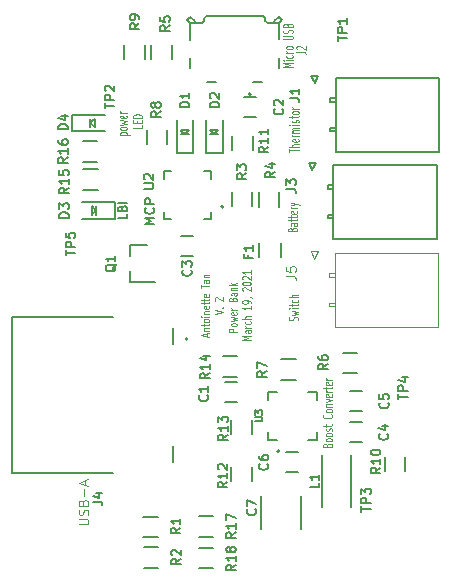
<source format=gto>
G04 #@! TF.GenerationSoftware,KiCad,Pcbnew,(5.1.9-0-10_14)*
G04 #@! TF.CreationDate,2021-03-21T12:23:30-04:00*
G04 #@! TF.ProjectId,Antoinette_PowerBank,416e746f-696e-4657-9474-655f506f7765,rev?*
G04 #@! TF.SameCoordinates,Original*
G04 #@! TF.FileFunction,Legend,Top*
G04 #@! TF.FilePolarity,Positive*
%FSLAX46Y46*%
G04 Gerber Fmt 4.6, Leading zero omitted, Abs format (unit mm)*
G04 Created by KiCad (PCBNEW (5.1.9-0-10_14)) date 2021-03-21 12:23:30*
%MOMM*%
%LPD*%
G01*
G04 APERTURE LIST*
%ADD10C,0.125000*%
%ADD11C,0.150000*%
%ADD12C,0.120000*%
G04 APERTURE END LIST*
D10*
X90747809Y-55971142D02*
X90785904Y-55899714D01*
X90785904Y-55780666D01*
X90747809Y-55733047D01*
X90709714Y-55709238D01*
X90633523Y-55685428D01*
X90557333Y-55685428D01*
X90481142Y-55709238D01*
X90443047Y-55733047D01*
X90404952Y-55780666D01*
X90366857Y-55875904D01*
X90328761Y-55923523D01*
X90290666Y-55947333D01*
X90214476Y-55971142D01*
X90138285Y-55971142D01*
X90062095Y-55947333D01*
X90024000Y-55923523D01*
X89985904Y-55875904D01*
X89985904Y-55756857D01*
X90024000Y-55685428D01*
X90252571Y-55518761D02*
X90785904Y-55423523D01*
X90404952Y-55328285D01*
X90785904Y-55233047D01*
X90252571Y-55137809D01*
X90785904Y-54947333D02*
X90252571Y-54947333D01*
X89985904Y-54947333D02*
X90024000Y-54971142D01*
X90062095Y-54947333D01*
X90024000Y-54923523D01*
X89985904Y-54947333D01*
X90062095Y-54947333D01*
X90252571Y-54780666D02*
X90252571Y-54590190D01*
X89985904Y-54709238D02*
X90671619Y-54709238D01*
X90747809Y-54685428D01*
X90785904Y-54637809D01*
X90785904Y-54590190D01*
X90747809Y-54209238D02*
X90785904Y-54256857D01*
X90785904Y-54352095D01*
X90747809Y-54399714D01*
X90709714Y-54423523D01*
X90633523Y-54447333D01*
X90404952Y-54447333D01*
X90328761Y-54423523D01*
X90290666Y-54399714D01*
X90252571Y-54352095D01*
X90252571Y-54256857D01*
X90290666Y-54209238D01*
X90785904Y-53994952D02*
X89985904Y-53994952D01*
X90785904Y-53780666D02*
X90366857Y-53780666D01*
X90290666Y-53804476D01*
X90252571Y-53852095D01*
X90252571Y-53923523D01*
X90290666Y-53971142D01*
X90328761Y-53994952D01*
X90303357Y-48279714D02*
X90341452Y-48208285D01*
X90379547Y-48184476D01*
X90455738Y-48160666D01*
X90570023Y-48160666D01*
X90646214Y-48184476D01*
X90684309Y-48208285D01*
X90722404Y-48255904D01*
X90722404Y-48446380D01*
X89922404Y-48446380D01*
X89922404Y-48279714D01*
X89960500Y-48232095D01*
X89998595Y-48208285D01*
X90074785Y-48184476D01*
X90150976Y-48184476D01*
X90227166Y-48208285D01*
X90265261Y-48232095D01*
X90303357Y-48279714D01*
X90303357Y-48446380D01*
X90722404Y-47732095D02*
X90303357Y-47732095D01*
X90227166Y-47755904D01*
X90189071Y-47803523D01*
X90189071Y-47898761D01*
X90227166Y-47946380D01*
X90684309Y-47732095D02*
X90722404Y-47779714D01*
X90722404Y-47898761D01*
X90684309Y-47946380D01*
X90608119Y-47970190D01*
X90531928Y-47970190D01*
X90455738Y-47946380D01*
X90417642Y-47898761D01*
X90417642Y-47779714D01*
X90379547Y-47732095D01*
X90189071Y-47565428D02*
X90189071Y-47374952D01*
X89922404Y-47494000D02*
X90608119Y-47494000D01*
X90684309Y-47470190D01*
X90722404Y-47422571D01*
X90722404Y-47374952D01*
X90189071Y-47279714D02*
X90189071Y-47089238D01*
X89922404Y-47208285D02*
X90608119Y-47208285D01*
X90684309Y-47184476D01*
X90722404Y-47136857D01*
X90722404Y-47089238D01*
X90684309Y-46732095D02*
X90722404Y-46779714D01*
X90722404Y-46874952D01*
X90684309Y-46922571D01*
X90608119Y-46946380D01*
X90303357Y-46946380D01*
X90227166Y-46922571D01*
X90189071Y-46874952D01*
X90189071Y-46779714D01*
X90227166Y-46732095D01*
X90303357Y-46708285D01*
X90379547Y-46708285D01*
X90455738Y-46946380D01*
X90722404Y-46494000D02*
X90189071Y-46494000D01*
X90341452Y-46494000D02*
X90265261Y-46470190D01*
X90227166Y-46446380D01*
X90189071Y-46398761D01*
X90189071Y-46351142D01*
X90189071Y-46232095D02*
X90722404Y-46113047D01*
X90189071Y-45994000D02*
X90722404Y-46113047D01*
X90912880Y-46160666D01*
X90950976Y-46184476D01*
X90989071Y-46232095D01*
X83050466Y-57293342D02*
X83050466Y-57055247D01*
X83250466Y-57340961D02*
X82550466Y-57174295D01*
X83250466Y-57007628D01*
X82783800Y-56840961D02*
X83250466Y-56840961D01*
X82850466Y-56840961D02*
X82817133Y-56817152D01*
X82783800Y-56769533D01*
X82783800Y-56698104D01*
X82817133Y-56650485D01*
X82883800Y-56626676D01*
X83250466Y-56626676D01*
X82783800Y-56460009D02*
X82783800Y-56269533D01*
X82550466Y-56388580D02*
X83150466Y-56388580D01*
X83217133Y-56364771D01*
X83250466Y-56317152D01*
X83250466Y-56269533D01*
X83250466Y-56031438D02*
X83217133Y-56079057D01*
X83183800Y-56102866D01*
X83117133Y-56126676D01*
X82917133Y-56126676D01*
X82850466Y-56102866D01*
X82817133Y-56079057D01*
X82783800Y-56031438D01*
X82783800Y-55960009D01*
X82817133Y-55912390D01*
X82850466Y-55888580D01*
X82917133Y-55864771D01*
X83117133Y-55864771D01*
X83183800Y-55888580D01*
X83217133Y-55912390D01*
X83250466Y-55960009D01*
X83250466Y-56031438D01*
X83250466Y-55650485D02*
X82783800Y-55650485D01*
X82550466Y-55650485D02*
X82583800Y-55674295D01*
X82617133Y-55650485D01*
X82583800Y-55626676D01*
X82550466Y-55650485D01*
X82617133Y-55650485D01*
X82783800Y-55412390D02*
X83250466Y-55412390D01*
X82850466Y-55412390D02*
X82817133Y-55388580D01*
X82783800Y-55340961D01*
X82783800Y-55269533D01*
X82817133Y-55221914D01*
X82883800Y-55198104D01*
X83250466Y-55198104D01*
X83217133Y-54769533D02*
X83250466Y-54817152D01*
X83250466Y-54912390D01*
X83217133Y-54960009D01*
X83150466Y-54983819D01*
X82883800Y-54983819D01*
X82817133Y-54960009D01*
X82783800Y-54912390D01*
X82783800Y-54817152D01*
X82817133Y-54769533D01*
X82883800Y-54745723D01*
X82950466Y-54745723D01*
X83017133Y-54983819D01*
X82783800Y-54602866D02*
X82783800Y-54412390D01*
X82550466Y-54531438D02*
X83150466Y-54531438D01*
X83217133Y-54507628D01*
X83250466Y-54460009D01*
X83250466Y-54412390D01*
X82783800Y-54317152D02*
X82783800Y-54126676D01*
X82550466Y-54245723D02*
X83150466Y-54245723D01*
X83217133Y-54221914D01*
X83250466Y-54174295D01*
X83250466Y-54126676D01*
X83217133Y-53769533D02*
X83250466Y-53817152D01*
X83250466Y-53912390D01*
X83217133Y-53960009D01*
X83150466Y-53983819D01*
X82883800Y-53983819D01*
X82817133Y-53960009D01*
X82783800Y-53912390D01*
X82783800Y-53817152D01*
X82817133Y-53769533D01*
X82883800Y-53745723D01*
X82950466Y-53745723D01*
X83017133Y-53983819D01*
X82550466Y-53221914D02*
X82550466Y-52936200D01*
X83250466Y-53079057D02*
X82550466Y-53079057D01*
X83250466Y-52555247D02*
X82883800Y-52555247D01*
X82817133Y-52579057D01*
X82783800Y-52626676D01*
X82783800Y-52721914D01*
X82817133Y-52769533D01*
X83217133Y-52555247D02*
X83250466Y-52602866D01*
X83250466Y-52721914D01*
X83217133Y-52769533D01*
X83150466Y-52793342D01*
X83083800Y-52793342D01*
X83017133Y-52769533D01*
X82983800Y-52721914D01*
X82983800Y-52602866D01*
X82950466Y-52555247D01*
X82783800Y-52317152D02*
X83250466Y-52317152D01*
X82850466Y-52317152D02*
X82817133Y-52293342D01*
X82783800Y-52245723D01*
X82783800Y-52174295D01*
X82817133Y-52126676D01*
X82883800Y-52102866D01*
X83250466Y-52102866D01*
X83725466Y-55400485D02*
X84425466Y-55233819D01*
X83725466Y-55067152D01*
X84358800Y-54900485D02*
X84392133Y-54876676D01*
X84425466Y-54900485D01*
X84392133Y-54924295D01*
X84358800Y-54900485D01*
X84425466Y-54900485D01*
X83792133Y-54305247D02*
X83758800Y-54281438D01*
X83725466Y-54233819D01*
X83725466Y-54114771D01*
X83758800Y-54067152D01*
X83792133Y-54043342D01*
X83858800Y-54019533D01*
X83925466Y-54019533D01*
X84025466Y-54043342D01*
X84425466Y-54329057D01*
X84425466Y-54019533D01*
X85600466Y-56960009D02*
X84900466Y-56960009D01*
X84900466Y-56769533D01*
X84933800Y-56721914D01*
X84967133Y-56698104D01*
X85033800Y-56674295D01*
X85133800Y-56674295D01*
X85200466Y-56698104D01*
X85233800Y-56721914D01*
X85267133Y-56769533D01*
X85267133Y-56960009D01*
X85600466Y-56388580D02*
X85567133Y-56436200D01*
X85533800Y-56460009D01*
X85467133Y-56483819D01*
X85267133Y-56483819D01*
X85200466Y-56460009D01*
X85167133Y-56436200D01*
X85133800Y-56388580D01*
X85133800Y-56317152D01*
X85167133Y-56269533D01*
X85200466Y-56245723D01*
X85267133Y-56221914D01*
X85467133Y-56221914D01*
X85533800Y-56245723D01*
X85567133Y-56269533D01*
X85600466Y-56317152D01*
X85600466Y-56388580D01*
X85133800Y-56055247D02*
X85600466Y-55960009D01*
X85267133Y-55864771D01*
X85600466Y-55769533D01*
X85133800Y-55674295D01*
X85567133Y-55293342D02*
X85600466Y-55340961D01*
X85600466Y-55436200D01*
X85567133Y-55483819D01*
X85500466Y-55507628D01*
X85233800Y-55507628D01*
X85167133Y-55483819D01*
X85133800Y-55436200D01*
X85133800Y-55340961D01*
X85167133Y-55293342D01*
X85233800Y-55269533D01*
X85300466Y-55269533D01*
X85367133Y-55507628D01*
X85600466Y-55055247D02*
X85133800Y-55055247D01*
X85267133Y-55055247D02*
X85200466Y-55031438D01*
X85167133Y-55007628D01*
X85133800Y-54960009D01*
X85133800Y-54912390D01*
X85233800Y-54198104D02*
X85267133Y-54126676D01*
X85300466Y-54102866D01*
X85367133Y-54079057D01*
X85467133Y-54079057D01*
X85533800Y-54102866D01*
X85567133Y-54126676D01*
X85600466Y-54174295D01*
X85600466Y-54364771D01*
X84900466Y-54364771D01*
X84900466Y-54198104D01*
X84933800Y-54150485D01*
X84967133Y-54126676D01*
X85033800Y-54102866D01*
X85100466Y-54102866D01*
X85167133Y-54126676D01*
X85200466Y-54150485D01*
X85233800Y-54198104D01*
X85233800Y-54364771D01*
X85600466Y-53650485D02*
X85233800Y-53650485D01*
X85167133Y-53674295D01*
X85133800Y-53721914D01*
X85133800Y-53817152D01*
X85167133Y-53864771D01*
X85567133Y-53650485D02*
X85600466Y-53698104D01*
X85600466Y-53817152D01*
X85567133Y-53864771D01*
X85500466Y-53888580D01*
X85433800Y-53888580D01*
X85367133Y-53864771D01*
X85333800Y-53817152D01*
X85333800Y-53698104D01*
X85300466Y-53650485D01*
X85133800Y-53412390D02*
X85600466Y-53412390D01*
X85200466Y-53412390D02*
X85167133Y-53388580D01*
X85133800Y-53340961D01*
X85133800Y-53269533D01*
X85167133Y-53221914D01*
X85233800Y-53198104D01*
X85600466Y-53198104D01*
X85600466Y-52960009D02*
X84900466Y-52960009D01*
X85333800Y-52912390D02*
X85600466Y-52769533D01*
X85133800Y-52769533D02*
X85400466Y-52960009D01*
X86775466Y-57602866D02*
X86075466Y-57602866D01*
X86575466Y-57436200D01*
X86075466Y-57269533D01*
X86775466Y-57269533D01*
X86775466Y-56817152D02*
X86408800Y-56817152D01*
X86342133Y-56840961D01*
X86308800Y-56888580D01*
X86308800Y-56983819D01*
X86342133Y-57031438D01*
X86742133Y-56817152D02*
X86775466Y-56864771D01*
X86775466Y-56983819D01*
X86742133Y-57031438D01*
X86675466Y-57055247D01*
X86608800Y-57055247D01*
X86542133Y-57031438D01*
X86508800Y-56983819D01*
X86508800Y-56864771D01*
X86475466Y-56817152D01*
X86775466Y-56579057D02*
X86308800Y-56579057D01*
X86442133Y-56579057D02*
X86375466Y-56555247D01*
X86342133Y-56531438D01*
X86308800Y-56483819D01*
X86308800Y-56436200D01*
X86742133Y-56055247D02*
X86775466Y-56102866D01*
X86775466Y-56198104D01*
X86742133Y-56245723D01*
X86708800Y-56269533D01*
X86642133Y-56293342D01*
X86442133Y-56293342D01*
X86375466Y-56269533D01*
X86342133Y-56245723D01*
X86308800Y-56198104D01*
X86308800Y-56102866D01*
X86342133Y-56055247D01*
X86775466Y-55840961D02*
X86075466Y-55840961D01*
X86775466Y-55626676D02*
X86408800Y-55626676D01*
X86342133Y-55650485D01*
X86308800Y-55698104D01*
X86308800Y-55769533D01*
X86342133Y-55817152D01*
X86375466Y-55840961D01*
X86775466Y-54745723D02*
X86775466Y-55031438D01*
X86775466Y-54888580D02*
X86075466Y-54888580D01*
X86175466Y-54936200D01*
X86242133Y-54983819D01*
X86275466Y-55031438D01*
X86775466Y-54507628D02*
X86775466Y-54412390D01*
X86742133Y-54364771D01*
X86708800Y-54340961D01*
X86608800Y-54293342D01*
X86475466Y-54269533D01*
X86208800Y-54269533D01*
X86142133Y-54293342D01*
X86108800Y-54317152D01*
X86075466Y-54364771D01*
X86075466Y-54460009D01*
X86108800Y-54507628D01*
X86142133Y-54531438D01*
X86208800Y-54555247D01*
X86375466Y-54555247D01*
X86442133Y-54531438D01*
X86475466Y-54507628D01*
X86508800Y-54460009D01*
X86508800Y-54364771D01*
X86475466Y-54317152D01*
X86442133Y-54293342D01*
X86375466Y-54269533D01*
X86742133Y-54031438D02*
X86775466Y-54031438D01*
X86842133Y-54055247D01*
X86875466Y-54079057D01*
X86142133Y-53460009D02*
X86108800Y-53436200D01*
X86075466Y-53388580D01*
X86075466Y-53269533D01*
X86108800Y-53221914D01*
X86142133Y-53198104D01*
X86208800Y-53174295D01*
X86275466Y-53174295D01*
X86375466Y-53198104D01*
X86775466Y-53483819D01*
X86775466Y-53174295D01*
X86075466Y-52864771D02*
X86075466Y-52817152D01*
X86108800Y-52769533D01*
X86142133Y-52745723D01*
X86208800Y-52721914D01*
X86342133Y-52698104D01*
X86508800Y-52698104D01*
X86642133Y-52721914D01*
X86708800Y-52745723D01*
X86742133Y-52769533D01*
X86775466Y-52817152D01*
X86775466Y-52864771D01*
X86742133Y-52912390D01*
X86708800Y-52936200D01*
X86642133Y-52960009D01*
X86508800Y-52983819D01*
X86342133Y-52983819D01*
X86208800Y-52960009D01*
X86142133Y-52936200D01*
X86108800Y-52912390D01*
X86075466Y-52864771D01*
X86142133Y-52507628D02*
X86108800Y-52483819D01*
X86075466Y-52436200D01*
X86075466Y-52317152D01*
X86108800Y-52269533D01*
X86142133Y-52245723D01*
X86208800Y-52221914D01*
X86275466Y-52221914D01*
X86375466Y-52245723D01*
X86775466Y-52531438D01*
X86775466Y-52221914D01*
X86775466Y-51745723D02*
X86775466Y-52031438D01*
X86775466Y-51888580D02*
X86075466Y-51888580D01*
X86175466Y-51936200D01*
X86242133Y-51983819D01*
X86275466Y-52031438D01*
D11*
X76262666Y-46934400D02*
X76262666Y-47267733D01*
X75562666Y-47267733D01*
X75896000Y-46467733D02*
X75929333Y-46367733D01*
X75962666Y-46334400D01*
X76029333Y-46301066D01*
X76129333Y-46301066D01*
X76196000Y-46334400D01*
X76229333Y-46367733D01*
X76262666Y-46434400D01*
X76262666Y-46701066D01*
X75562666Y-46701066D01*
X75562666Y-46467733D01*
X75596000Y-46401066D01*
X75629333Y-46367733D01*
X75696000Y-46334400D01*
X75762666Y-46334400D01*
X75829333Y-46367733D01*
X75862666Y-46401066D01*
X75896000Y-46467733D01*
X75896000Y-46701066D01*
X76262666Y-46001066D02*
X75562666Y-46001066D01*
D10*
X75747071Y-40270785D02*
X76547071Y-40270785D01*
X75785166Y-40270785D02*
X75747071Y-40223166D01*
X75747071Y-40127928D01*
X75785166Y-40080309D01*
X75823261Y-40056500D01*
X75899452Y-40032690D01*
X76128023Y-40032690D01*
X76204214Y-40056500D01*
X76242309Y-40080309D01*
X76280404Y-40127928D01*
X76280404Y-40223166D01*
X76242309Y-40270785D01*
X76280404Y-39746976D02*
X76242309Y-39794595D01*
X76204214Y-39818404D01*
X76128023Y-39842214D01*
X75899452Y-39842214D01*
X75823261Y-39818404D01*
X75785166Y-39794595D01*
X75747071Y-39746976D01*
X75747071Y-39675547D01*
X75785166Y-39627928D01*
X75823261Y-39604119D01*
X75899452Y-39580309D01*
X76128023Y-39580309D01*
X76204214Y-39604119D01*
X76242309Y-39627928D01*
X76280404Y-39675547D01*
X76280404Y-39746976D01*
X75747071Y-39413642D02*
X76280404Y-39318404D01*
X75899452Y-39223166D01*
X76280404Y-39127928D01*
X75747071Y-39032690D01*
X76242309Y-38651738D02*
X76280404Y-38699357D01*
X76280404Y-38794595D01*
X76242309Y-38842214D01*
X76166119Y-38866023D01*
X75861357Y-38866023D01*
X75785166Y-38842214D01*
X75747071Y-38794595D01*
X75747071Y-38699357D01*
X75785166Y-38651738D01*
X75861357Y-38627928D01*
X75937547Y-38627928D01*
X76013738Y-38866023D01*
X76280404Y-38413642D02*
X75747071Y-38413642D01*
X75899452Y-38413642D02*
X75823261Y-38389833D01*
X75785166Y-38366023D01*
X75747071Y-38318404D01*
X75747071Y-38270785D01*
X77605404Y-39437452D02*
X77605404Y-39675547D01*
X76805404Y-39675547D01*
X77186357Y-39270785D02*
X77186357Y-39104119D01*
X77605404Y-39032690D02*
X77605404Y-39270785D01*
X76805404Y-39270785D01*
X76805404Y-39032690D01*
X77605404Y-38818404D02*
X76805404Y-38818404D01*
X76805404Y-38699357D01*
X76843500Y-38627928D01*
X76919690Y-38580309D01*
X76995880Y-38556500D01*
X77148261Y-38532690D01*
X77262547Y-38532690D01*
X77414928Y-38556500D01*
X77491119Y-38580309D01*
X77567309Y-38627928D01*
X77605404Y-38699357D01*
X77605404Y-38818404D01*
D11*
X78593904Y-47802666D02*
X77793904Y-47802666D01*
X78365333Y-47536000D01*
X77793904Y-47269333D01*
X78593904Y-47269333D01*
X78517714Y-46431238D02*
X78555809Y-46469333D01*
X78593904Y-46583619D01*
X78593904Y-46659809D01*
X78555809Y-46774095D01*
X78479619Y-46850285D01*
X78403428Y-46888380D01*
X78251047Y-46926476D01*
X78136761Y-46926476D01*
X77984380Y-46888380D01*
X77908190Y-46850285D01*
X77832000Y-46774095D01*
X77793904Y-46659809D01*
X77793904Y-46583619D01*
X77832000Y-46469333D01*
X77870095Y-46431238D01*
X78593904Y-46088380D02*
X77793904Y-46088380D01*
X77793904Y-45783619D01*
X77832000Y-45707428D01*
X77870095Y-45669333D01*
X77946285Y-45631238D01*
X78060571Y-45631238D01*
X78136761Y-45669333D01*
X78174857Y-45707428D01*
X78212952Y-45783619D01*
X78212952Y-46088380D01*
D10*
X72205904Y-73247019D02*
X72853523Y-73247019D01*
X72929714Y-73208923D01*
X72967809Y-73170828D01*
X73005904Y-73094638D01*
X73005904Y-72942257D01*
X72967809Y-72866066D01*
X72929714Y-72827971D01*
X72853523Y-72789876D01*
X72205904Y-72789876D01*
X72967809Y-72447019D02*
X73005904Y-72332733D01*
X73005904Y-72142257D01*
X72967809Y-72066066D01*
X72929714Y-72027971D01*
X72853523Y-71989876D01*
X72777333Y-71989876D01*
X72701142Y-72027971D01*
X72663047Y-72066066D01*
X72624952Y-72142257D01*
X72586857Y-72294638D01*
X72548761Y-72370828D01*
X72510666Y-72408923D01*
X72434476Y-72447019D01*
X72358285Y-72447019D01*
X72282095Y-72408923D01*
X72244000Y-72370828D01*
X72205904Y-72294638D01*
X72205904Y-72104161D01*
X72244000Y-71989876D01*
X72586857Y-71380352D02*
X72624952Y-71266066D01*
X72663047Y-71227971D01*
X72739238Y-71189876D01*
X72853523Y-71189876D01*
X72929714Y-71227971D01*
X72967809Y-71266066D01*
X73005904Y-71342257D01*
X73005904Y-71647019D01*
X72205904Y-71647019D01*
X72205904Y-71380352D01*
X72244000Y-71304161D01*
X72282095Y-71266066D01*
X72358285Y-71227971D01*
X72434476Y-71227971D01*
X72510666Y-71266066D01*
X72548761Y-71304161D01*
X72586857Y-71380352D01*
X72586857Y-71647019D01*
X72701142Y-70847019D02*
X72701142Y-70237495D01*
X72777333Y-69894638D02*
X72777333Y-69513685D01*
X73005904Y-69970828D02*
X72205904Y-69704161D01*
X73005904Y-69437495D01*
X90328704Y-34536628D02*
X89528704Y-34536628D01*
X90100133Y-34369961D01*
X89528704Y-34203295D01*
X90328704Y-34203295D01*
X90328704Y-33965200D02*
X89795371Y-33965200D01*
X89528704Y-33965200D02*
X89566800Y-33989009D01*
X89604895Y-33965200D01*
X89566800Y-33941390D01*
X89528704Y-33965200D01*
X89604895Y-33965200D01*
X90290609Y-33512819D02*
X90328704Y-33560438D01*
X90328704Y-33655676D01*
X90290609Y-33703295D01*
X90252514Y-33727104D01*
X90176323Y-33750914D01*
X89947752Y-33750914D01*
X89871561Y-33727104D01*
X89833466Y-33703295D01*
X89795371Y-33655676D01*
X89795371Y-33560438D01*
X89833466Y-33512819D01*
X90328704Y-33298533D02*
X89795371Y-33298533D01*
X89947752Y-33298533D02*
X89871561Y-33274723D01*
X89833466Y-33250914D01*
X89795371Y-33203295D01*
X89795371Y-33155676D01*
X90328704Y-32917580D02*
X90290609Y-32965200D01*
X90252514Y-32989009D01*
X90176323Y-33012819D01*
X89947752Y-33012819D01*
X89871561Y-32989009D01*
X89833466Y-32965200D01*
X89795371Y-32917580D01*
X89795371Y-32846152D01*
X89833466Y-32798533D01*
X89871561Y-32774723D01*
X89947752Y-32750914D01*
X90176323Y-32750914D01*
X90252514Y-32774723D01*
X90290609Y-32798533D01*
X90328704Y-32846152D01*
X90328704Y-32917580D01*
X89528704Y-32155676D02*
X90176323Y-32155676D01*
X90252514Y-32131866D01*
X90290609Y-32108057D01*
X90328704Y-32060438D01*
X90328704Y-31965200D01*
X90290609Y-31917580D01*
X90252514Y-31893771D01*
X90176323Y-31869961D01*
X89528704Y-31869961D01*
X90290609Y-31655676D02*
X90328704Y-31584247D01*
X90328704Y-31465200D01*
X90290609Y-31417580D01*
X90252514Y-31393771D01*
X90176323Y-31369961D01*
X90100133Y-31369961D01*
X90023942Y-31393771D01*
X89985847Y-31417580D01*
X89947752Y-31465200D01*
X89909657Y-31560438D01*
X89871561Y-31608057D01*
X89833466Y-31631866D01*
X89757276Y-31655676D01*
X89681085Y-31655676D01*
X89604895Y-31631866D01*
X89566800Y-31608057D01*
X89528704Y-31560438D01*
X89528704Y-31441390D01*
X89566800Y-31369961D01*
X89909657Y-30989009D02*
X89947752Y-30917580D01*
X89985847Y-30893771D01*
X90062038Y-30869961D01*
X90176323Y-30869961D01*
X90252514Y-30893771D01*
X90290609Y-30917580D01*
X90328704Y-30965200D01*
X90328704Y-31155676D01*
X89528704Y-31155676D01*
X89528704Y-30989009D01*
X89566800Y-30941390D01*
X89604895Y-30917580D01*
X89681085Y-30893771D01*
X89757276Y-30893771D01*
X89833466Y-30917580D01*
X89871561Y-30941390D01*
X89909657Y-30989009D01*
X89909657Y-31155676D01*
X90036704Y-41731166D02*
X90036704Y-41445452D01*
X90836704Y-41588309D02*
X90036704Y-41588309D01*
X90836704Y-41278785D02*
X90036704Y-41278785D01*
X90836704Y-41064500D02*
X90417657Y-41064500D01*
X90341466Y-41088309D01*
X90303371Y-41135928D01*
X90303371Y-41207357D01*
X90341466Y-41254976D01*
X90379561Y-41278785D01*
X90798609Y-40635928D02*
X90836704Y-40683547D01*
X90836704Y-40778785D01*
X90798609Y-40826404D01*
X90722419Y-40850214D01*
X90417657Y-40850214D01*
X90341466Y-40826404D01*
X90303371Y-40778785D01*
X90303371Y-40683547D01*
X90341466Y-40635928D01*
X90417657Y-40612119D01*
X90493847Y-40612119D01*
X90570038Y-40850214D01*
X90836704Y-40397833D02*
X90303371Y-40397833D01*
X90455752Y-40397833D02*
X90379561Y-40374023D01*
X90341466Y-40350214D01*
X90303371Y-40302595D01*
X90303371Y-40254976D01*
X90836704Y-40088309D02*
X90303371Y-40088309D01*
X90379561Y-40088309D02*
X90341466Y-40064500D01*
X90303371Y-40016880D01*
X90303371Y-39945452D01*
X90341466Y-39897833D01*
X90417657Y-39874023D01*
X90836704Y-39874023D01*
X90417657Y-39874023D02*
X90341466Y-39850214D01*
X90303371Y-39802595D01*
X90303371Y-39731166D01*
X90341466Y-39683547D01*
X90417657Y-39659738D01*
X90836704Y-39659738D01*
X90836704Y-39421642D02*
X90303371Y-39421642D01*
X90036704Y-39421642D02*
X90074800Y-39445452D01*
X90112895Y-39421642D01*
X90074800Y-39397833D01*
X90036704Y-39421642D01*
X90112895Y-39421642D01*
X90798609Y-39207357D02*
X90836704Y-39159738D01*
X90836704Y-39064500D01*
X90798609Y-39016880D01*
X90722419Y-38993071D01*
X90684323Y-38993071D01*
X90608133Y-39016880D01*
X90570038Y-39064500D01*
X90570038Y-39135928D01*
X90531942Y-39183547D01*
X90455752Y-39207357D01*
X90417657Y-39207357D01*
X90341466Y-39183547D01*
X90303371Y-39135928D01*
X90303371Y-39064500D01*
X90341466Y-39016880D01*
X90303371Y-38850214D02*
X90303371Y-38659738D01*
X90036704Y-38778785D02*
X90722419Y-38778785D01*
X90798609Y-38754976D01*
X90836704Y-38707357D01*
X90836704Y-38659738D01*
X90836704Y-38421642D02*
X90798609Y-38469261D01*
X90760514Y-38493071D01*
X90684323Y-38516880D01*
X90455752Y-38516880D01*
X90379561Y-38493071D01*
X90341466Y-38469261D01*
X90303371Y-38421642D01*
X90303371Y-38350214D01*
X90341466Y-38302595D01*
X90379561Y-38278785D01*
X90455752Y-38254976D01*
X90684323Y-38254976D01*
X90760514Y-38278785D01*
X90798609Y-38302595D01*
X90836704Y-38350214D01*
X90836704Y-38421642D01*
X90836704Y-38040690D02*
X90303371Y-38040690D01*
X90455752Y-38040690D02*
X90379561Y-38016880D01*
X90341466Y-37993071D01*
X90303371Y-37945452D01*
X90303371Y-37897833D01*
X93262457Y-66530990D02*
X93300552Y-66459561D01*
X93338647Y-66435752D01*
X93414838Y-66411942D01*
X93529123Y-66411942D01*
X93605314Y-66435752D01*
X93643409Y-66459561D01*
X93681504Y-66507180D01*
X93681504Y-66697657D01*
X92881504Y-66697657D01*
X92881504Y-66530990D01*
X92919600Y-66483371D01*
X92957695Y-66459561D01*
X93033885Y-66435752D01*
X93110076Y-66435752D01*
X93186266Y-66459561D01*
X93224361Y-66483371D01*
X93262457Y-66530990D01*
X93262457Y-66697657D01*
X93681504Y-66126228D02*
X93643409Y-66173847D01*
X93605314Y-66197657D01*
X93529123Y-66221466D01*
X93300552Y-66221466D01*
X93224361Y-66197657D01*
X93186266Y-66173847D01*
X93148171Y-66126228D01*
X93148171Y-66054800D01*
X93186266Y-66007180D01*
X93224361Y-65983371D01*
X93300552Y-65959561D01*
X93529123Y-65959561D01*
X93605314Y-65983371D01*
X93643409Y-66007180D01*
X93681504Y-66054800D01*
X93681504Y-66126228D01*
X93681504Y-65673847D02*
X93643409Y-65721466D01*
X93605314Y-65745276D01*
X93529123Y-65769085D01*
X93300552Y-65769085D01*
X93224361Y-65745276D01*
X93186266Y-65721466D01*
X93148171Y-65673847D01*
X93148171Y-65602419D01*
X93186266Y-65554800D01*
X93224361Y-65530990D01*
X93300552Y-65507180D01*
X93529123Y-65507180D01*
X93605314Y-65530990D01*
X93643409Y-65554800D01*
X93681504Y-65602419D01*
X93681504Y-65673847D01*
X93643409Y-65316704D02*
X93681504Y-65269085D01*
X93681504Y-65173847D01*
X93643409Y-65126228D01*
X93567219Y-65102419D01*
X93529123Y-65102419D01*
X93452933Y-65126228D01*
X93414838Y-65173847D01*
X93414838Y-65245276D01*
X93376742Y-65292895D01*
X93300552Y-65316704D01*
X93262457Y-65316704D01*
X93186266Y-65292895D01*
X93148171Y-65245276D01*
X93148171Y-65173847D01*
X93186266Y-65126228D01*
X93148171Y-64959561D02*
X93148171Y-64769085D01*
X92881504Y-64888133D02*
X93567219Y-64888133D01*
X93643409Y-64864323D01*
X93681504Y-64816704D01*
X93681504Y-64769085D01*
X93605314Y-63935752D02*
X93643409Y-63959561D01*
X93681504Y-64030990D01*
X93681504Y-64078609D01*
X93643409Y-64150038D01*
X93567219Y-64197657D01*
X93491028Y-64221466D01*
X93338647Y-64245276D01*
X93224361Y-64245276D01*
X93071980Y-64221466D01*
X92995790Y-64197657D01*
X92919600Y-64150038D01*
X92881504Y-64078609D01*
X92881504Y-64030990D01*
X92919600Y-63959561D01*
X92957695Y-63935752D01*
X93681504Y-63650038D02*
X93643409Y-63697657D01*
X93605314Y-63721466D01*
X93529123Y-63745276D01*
X93300552Y-63745276D01*
X93224361Y-63721466D01*
X93186266Y-63697657D01*
X93148171Y-63650038D01*
X93148171Y-63578609D01*
X93186266Y-63530990D01*
X93224361Y-63507180D01*
X93300552Y-63483371D01*
X93529123Y-63483371D01*
X93605314Y-63507180D01*
X93643409Y-63530990D01*
X93681504Y-63578609D01*
X93681504Y-63650038D01*
X93148171Y-63269085D02*
X93681504Y-63269085D01*
X93224361Y-63269085D02*
X93186266Y-63245276D01*
X93148171Y-63197657D01*
X93148171Y-63126228D01*
X93186266Y-63078609D01*
X93262457Y-63054800D01*
X93681504Y-63054800D01*
X93148171Y-62864323D02*
X93681504Y-62745276D01*
X93148171Y-62626228D01*
X93643409Y-62245276D02*
X93681504Y-62292895D01*
X93681504Y-62388133D01*
X93643409Y-62435752D01*
X93567219Y-62459561D01*
X93262457Y-62459561D01*
X93186266Y-62435752D01*
X93148171Y-62388133D01*
X93148171Y-62292895D01*
X93186266Y-62245276D01*
X93262457Y-62221466D01*
X93338647Y-62221466D01*
X93414838Y-62459561D01*
X93681504Y-62007180D02*
X93148171Y-62007180D01*
X93300552Y-62007180D02*
X93224361Y-61983371D01*
X93186266Y-61959561D01*
X93148171Y-61911942D01*
X93148171Y-61864323D01*
X93148171Y-61769085D02*
X93148171Y-61578609D01*
X92881504Y-61697657D02*
X93567219Y-61697657D01*
X93643409Y-61673847D01*
X93681504Y-61626228D01*
X93681504Y-61578609D01*
X93643409Y-61221466D02*
X93681504Y-61269085D01*
X93681504Y-61364323D01*
X93643409Y-61411942D01*
X93567219Y-61435752D01*
X93262457Y-61435752D01*
X93186266Y-61411942D01*
X93148171Y-61364323D01*
X93148171Y-61269085D01*
X93186266Y-61221466D01*
X93262457Y-61197657D01*
X93338647Y-61197657D01*
X93414838Y-61435752D01*
X93681504Y-60983371D02*
X93148171Y-60983371D01*
X93300552Y-60983371D02*
X93224361Y-60959561D01*
X93186266Y-60935752D01*
X93148171Y-60888133D01*
X93148171Y-60840514D01*
D11*
G04 #@! TO.C,J2*
X82032500Y-30631500D02*
X82032500Y-30756500D01*
X81657500Y-30256500D02*
X82032500Y-30631500D01*
X81407500Y-30506500D02*
X81657500Y-30256500D01*
X81657500Y-30756500D02*
X81407500Y-30506500D01*
X88782500Y-30631500D02*
X88782500Y-30756500D01*
X89157500Y-30256500D02*
X88782500Y-30631500D01*
X89407500Y-30506500D02*
X89157500Y-30256500D01*
X89157500Y-30756500D02*
X89407500Y-30506500D01*
X86802500Y-36826500D02*
G75*
G03*
X86802500Y-36826500I-100000J0D01*
G01*
X81657500Y-30816500D02*
X81657500Y-32191500D01*
X82482500Y-30816500D02*
X81657500Y-30816500D01*
X82807500Y-30416500D02*
X82807500Y-30616500D01*
X87807500Y-30206500D02*
X83007500Y-30206500D01*
X88007500Y-30606500D02*
X88007500Y-30541500D01*
X89157500Y-30806500D02*
X88207500Y-30806500D01*
X89157500Y-32131500D02*
X89157500Y-30806500D01*
X81657500Y-34631500D02*
X81657500Y-33721500D01*
X89157500Y-34641500D02*
X89157500Y-33731500D01*
X83827500Y-35806500D02*
X83087500Y-35806500D01*
X87747500Y-35806500D02*
X86967500Y-35806500D01*
X82807500Y-30616500D02*
G75*
G02*
X82482500Y-30816500I-262500J62500D01*
G01*
X83007500Y-30206500D02*
G75*
G03*
X82807500Y-30416500I5000J-205000D01*
G01*
X88007500Y-30541500D02*
G75*
G03*
X87807500Y-30206500I-267500J67500D01*
G01*
X88207500Y-30806500D02*
G75*
G02*
X88007500Y-30606500I0J200000D01*
G01*
G04 #@! TO.C,R15*
X73815500Y-44949000D02*
X72615500Y-44949000D01*
X72615500Y-43189000D02*
X73815500Y-43189000D01*
G04 #@! TO.C,R14*
X85601100Y-60735100D02*
X84401100Y-60735100D01*
X84401100Y-58975100D02*
X85601100Y-58975100D01*
G04 #@! TO.C,R6*
X94548400Y-58708400D02*
X95748400Y-58708400D01*
X95748400Y-60468400D02*
X94548400Y-60468400D01*
G04 #@! TO.C,U2*
X84453799Y-46364400D02*
G75*
G03*
X84453799Y-46364400I-100000J0D01*
G01*
X79453799Y-43364400D02*
X79453799Y-43964400D01*
X80053799Y-43364400D02*
X79453799Y-43364400D01*
X83453799Y-43364400D02*
X82853799Y-43364400D01*
X83453799Y-43964400D02*
X83453799Y-43364400D01*
X79453799Y-47364400D02*
X79453799Y-46764400D01*
X80053799Y-47364400D02*
X79453799Y-47364400D01*
X83453799Y-47364400D02*
X83453799Y-46764400D01*
X82853799Y-47364400D02*
X83453799Y-47364400D01*
G04 #@! TO.C,R11*
X85200600Y-41560000D02*
X85200600Y-40360000D01*
X86960600Y-40360000D02*
X86960600Y-41560000D01*
G04 #@! TO.C,R5*
X80128000Y-32674000D02*
X80128000Y-33874000D01*
X78368000Y-33874000D02*
X78368000Y-32674000D01*
G04 #@! TO.C,U3*
X88979700Y-62008800D02*
X88259700Y-62008800D01*
X92359700Y-62728800D02*
X92359700Y-62008800D01*
X88259700Y-65388800D02*
X88259700Y-66108800D01*
X92359700Y-66108800D02*
X92359700Y-65388800D01*
X92359700Y-62008800D02*
X91639700Y-62008800D01*
X88259700Y-62008800D02*
X88259700Y-62728800D01*
X88259700Y-66108800D02*
X88979700Y-66108800D01*
X91639700Y-66108800D02*
X92359700Y-66108800D01*
X89209700Y-67058800D02*
G75*
G03*
X89209700Y-67058800I-100000J0D01*
G01*
G04 #@! TO.C,C1*
X84628100Y-62864100D02*
X85628100Y-62864100D01*
X85628100Y-61164100D02*
X84628100Y-61164100D01*
G04 #@! TO.C,C2*
X87241000Y-37059500D02*
X86241000Y-37059500D01*
X86241000Y-38759500D02*
X87241000Y-38759500D01*
G04 #@! TO.C,C3*
X81907000Y-48807000D02*
X80907000Y-48807000D01*
X80907000Y-50507000D02*
X81907000Y-50507000D01*
G04 #@! TO.C,C4*
X96194500Y-64580400D02*
X95194500Y-64580400D01*
X95194500Y-66280400D02*
X96194500Y-66280400D01*
G04 #@! TO.C,C5*
X95194500Y-63638800D02*
X96194500Y-63638800D01*
X96194500Y-61938800D02*
X95194500Y-61938800D01*
G04 #@! TO.C,C6*
X90771600Y-67120400D02*
X89771600Y-67120400D01*
X89771600Y-68820400D02*
X90771600Y-68820400D01*
G04 #@! TO.C,D1*
X80503800Y-41830400D02*
X80503800Y-39030400D01*
X81903800Y-41830400D02*
X81903800Y-39030400D01*
X80503800Y-41830400D02*
X81903800Y-41830400D01*
X81203800Y-40230400D02*
X80903800Y-39930400D01*
X80903800Y-39930400D02*
X80853800Y-39880400D01*
X80853800Y-39880400D02*
X81503800Y-39880400D01*
X81553800Y-39880400D02*
X81503800Y-39880400D01*
X81503800Y-39880400D02*
X81553800Y-39880400D01*
X81553800Y-39880400D02*
X81203800Y-40230400D01*
X81203800Y-40230400D02*
X80853800Y-40230400D01*
X81553800Y-40230400D02*
X81203800Y-40230400D01*
G04 #@! TO.C,D2*
X84043000Y-40212800D02*
X83693000Y-40212800D01*
X83693000Y-40212800D02*
X83343000Y-40212800D01*
X84043000Y-39862800D02*
X83693000Y-40212800D01*
X83993000Y-39862800D02*
X84043000Y-39862800D01*
X84043000Y-39862800D02*
X83993000Y-39862800D01*
X83343000Y-39862800D02*
X83993000Y-39862800D01*
X83393000Y-39912800D02*
X83343000Y-39862800D01*
X83693000Y-40212800D02*
X83393000Y-39912800D01*
X82993000Y-41812800D02*
X84393000Y-41812800D01*
X84393000Y-41812800D02*
X84393000Y-39012800D01*
X82993000Y-41812800D02*
X82993000Y-39012800D01*
G04 #@! TO.C,D3*
X75269500Y-47372500D02*
X72469500Y-47372500D01*
X75269500Y-45972500D02*
X72469500Y-45972500D01*
X75269500Y-47372500D02*
X75269500Y-45972500D01*
X73669500Y-46672500D02*
X73369500Y-46972500D01*
X73369500Y-46972500D02*
X73319500Y-47022500D01*
X73319500Y-47022500D02*
X73319500Y-46372500D01*
X73319500Y-46322500D02*
X73319500Y-46372500D01*
X73319500Y-46372500D02*
X73319500Y-46322500D01*
X73319500Y-46322500D02*
X73669500Y-46672500D01*
X73669500Y-46672500D02*
X73669500Y-47022500D01*
X73669500Y-46322500D02*
X73669500Y-46672500D01*
G04 #@! TO.C,D4*
X73206000Y-39593000D02*
X73206000Y-39243000D01*
X73206000Y-39243000D02*
X73206000Y-38893000D01*
X73556000Y-39593000D02*
X73206000Y-39243000D01*
X73556000Y-39543000D02*
X73556000Y-39593000D01*
X73556000Y-39593000D02*
X73556000Y-39543000D01*
X73556000Y-38893000D02*
X73556000Y-39543000D01*
X73506000Y-38943000D02*
X73556000Y-38893000D01*
X73206000Y-39243000D02*
X73506000Y-38943000D01*
X71606000Y-38543000D02*
X71606000Y-39943000D01*
X71606000Y-39943000D02*
X74406000Y-39943000D01*
X71606000Y-38543000D02*
X74406000Y-38543000D01*
G04 #@! TO.C,F1*
X89302000Y-49435936D02*
X89302000Y-50640064D01*
X87482000Y-49435936D02*
X87482000Y-50640064D01*
G04 #@! TO.C,J4*
X80231000Y-66593500D02*
X80231000Y-67943500D01*
X80231000Y-56643500D02*
X80231000Y-57993500D01*
X81431000Y-57543500D02*
G75*
G03*
X81431000Y-57543500I-100000J0D01*
G01*
X66531000Y-68893500D02*
X66531000Y-55693500D01*
X75081000Y-68893500D02*
X66531000Y-68893500D01*
X66531000Y-55693500D02*
X75081000Y-55693500D01*
G04 #@! TO.C,Q1*
X76519500Y-49601000D02*
X76519500Y-50531000D01*
X76519500Y-52761000D02*
X76519500Y-51831000D01*
X76519500Y-52761000D02*
X78679500Y-52761000D01*
X76519500Y-49601000D02*
X77979500Y-49601000D01*
G04 #@! TO.C,R1*
X77682800Y-72576800D02*
X78882800Y-72576800D01*
X78882800Y-74336800D02*
X77682800Y-74336800D01*
G04 #@! TO.C,R2*
X77720900Y-75167600D02*
X78920900Y-75167600D01*
X78920900Y-76927600D02*
X77720900Y-76927600D01*
G04 #@! TO.C,R3*
X85149800Y-46320000D02*
X85149800Y-45120000D01*
X86909800Y-45120000D02*
X86909800Y-46320000D01*
G04 #@! TO.C,R4*
X89195800Y-45135200D02*
X89195800Y-46335200D01*
X87435800Y-46335200D02*
X87435800Y-45135200D01*
G04 #@! TO.C,R7*
X90579500Y-61001800D02*
X89379500Y-61001800D01*
X89379500Y-59241800D02*
X90579500Y-59241800D01*
G04 #@! TO.C,R8*
X79716520Y-39841880D02*
X79716520Y-41041880D01*
X77956520Y-41041880D02*
X77956520Y-39841880D01*
G04 #@! TO.C,R9*
X76082000Y-33874000D02*
X76082000Y-32674000D01*
X77842000Y-32674000D02*
X77842000Y-33874000D01*
G04 #@! TO.C,R10*
X99876500Y-67535500D02*
X99876500Y-68735500D01*
X98116500Y-68735500D02*
X98116500Y-67535500D01*
G04 #@! TO.C,R12*
X85111700Y-69550800D02*
X85111700Y-68350800D01*
X86871700Y-68350800D02*
X86871700Y-69550800D01*
G04 #@! TO.C,R13*
X86871700Y-64424000D02*
X86871700Y-65624000D01*
X85111700Y-65624000D02*
X85111700Y-64424000D01*
G04 #@! TO.C,R16*
X73752000Y-42536000D02*
X72552000Y-42536000D01*
X72552000Y-40776000D02*
X73752000Y-40776000D01*
G04 #@! TO.C,R17*
X82356400Y-72526000D02*
X83556400Y-72526000D01*
X83556400Y-74286000D02*
X82356400Y-74286000D01*
G04 #@! TO.C,R18*
X82356400Y-75218400D02*
X83556400Y-75218400D01*
X83556400Y-76978400D02*
X82356400Y-76978400D01*
G04 #@! TO.C,C7*
X87647200Y-70851348D02*
X87647200Y-73623852D01*
X91067200Y-70851348D02*
X91067200Y-73623852D01*
G04 #@! TO.C,L1*
X92830800Y-71796000D02*
X92830800Y-67396000D01*
X95230800Y-67396000D02*
X95230800Y-71796000D01*
G04 #@! TO.C,J1*
X92489300Y-35312600D02*
X92189300Y-35912600D01*
X91889300Y-35312600D02*
X92489300Y-35312600D01*
X92189300Y-35912600D02*
X91889300Y-35312600D01*
X93959300Y-39962600D02*
X93959300Y-39662600D01*
X93489300Y-39962600D02*
X93959300Y-39962600D01*
X93489300Y-39662600D02*
X93489300Y-39962600D01*
X93959300Y-39662600D02*
X93489300Y-39662600D01*
X93959300Y-37462600D02*
X93959300Y-37162600D01*
X93489300Y-37462600D02*
X93959300Y-37462600D01*
X93489300Y-37162600D02*
X93489300Y-37462600D01*
X93959300Y-37162600D02*
X93489300Y-37162600D01*
X102719300Y-41682600D02*
X102719300Y-35442600D01*
X93959300Y-41682600D02*
X102719300Y-41682600D01*
X93959300Y-35442600D02*
X93959300Y-41682600D01*
X102719300Y-35442600D02*
X93959300Y-35442600D01*
G04 #@! TO.C,J3*
X92298800Y-42678600D02*
X91998800Y-43278600D01*
X91698800Y-42678600D02*
X92298800Y-42678600D01*
X91998800Y-43278600D02*
X91698800Y-42678600D01*
X93768800Y-47328600D02*
X93768800Y-47028600D01*
X93298800Y-47328600D02*
X93768800Y-47328600D01*
X93298800Y-47028600D02*
X93298800Y-47328600D01*
X93768800Y-47028600D02*
X93298800Y-47028600D01*
X93768800Y-44828600D02*
X93768800Y-44528600D01*
X93298800Y-44828600D02*
X93768800Y-44828600D01*
X93298800Y-44528600D02*
X93298800Y-44828600D01*
X93768800Y-44528600D02*
X93298800Y-44528600D01*
X102528800Y-49048600D02*
X102528800Y-42808600D01*
X93768800Y-49048600D02*
X102528800Y-49048600D01*
X93768800Y-42808600D02*
X93768800Y-49048600D01*
X102528800Y-42808600D02*
X93768800Y-42808600D01*
D12*
G04 #@! TO.C,J5*
X92438500Y-50133500D02*
X92138500Y-50733500D01*
X91838500Y-50133500D02*
X92438500Y-50133500D01*
X92138500Y-50733500D02*
X91838500Y-50133500D01*
X93908500Y-54783500D02*
X93908500Y-54483500D01*
X93438500Y-54783500D02*
X93908500Y-54783500D01*
X93438500Y-54483500D02*
X93438500Y-54783500D01*
X93908500Y-54483500D02*
X93438500Y-54483500D01*
X93908500Y-52283500D02*
X93908500Y-51983500D01*
X93438500Y-52283500D02*
X93908500Y-52283500D01*
X93438500Y-51983500D02*
X93438500Y-52283500D01*
X93908500Y-51983500D02*
X93438500Y-51983500D01*
X102668500Y-56503500D02*
X102668500Y-50263500D01*
X93908500Y-56503500D02*
X102668500Y-56503500D01*
X93908500Y-50263500D02*
X93908500Y-56503500D01*
X102668500Y-50263500D02*
X93908500Y-50263500D01*
G04 #@! TO.C,J2*
D10*
X90646304Y-33237466D02*
X91217733Y-33237466D01*
X91332019Y-33261276D01*
X91408209Y-33308895D01*
X91446304Y-33380323D01*
X91446304Y-33427942D01*
X90722495Y-33023180D02*
X90684400Y-32999371D01*
X90646304Y-32951752D01*
X90646304Y-32832704D01*
X90684400Y-32785085D01*
X90722495Y-32761276D01*
X90798685Y-32737466D01*
X90874876Y-32737466D01*
X90989161Y-32761276D01*
X91446304Y-33046990D01*
X91446304Y-32737466D01*
G04 #@! TO.C,R15*
D11*
X71354904Y-44735685D02*
X70973952Y-45002352D01*
X71354904Y-45192828D02*
X70554904Y-45192828D01*
X70554904Y-44888066D01*
X70593000Y-44811876D01*
X70631095Y-44773780D01*
X70707285Y-44735685D01*
X70821571Y-44735685D01*
X70897761Y-44773780D01*
X70935857Y-44811876D01*
X70973952Y-44888066D01*
X70973952Y-45192828D01*
X71354904Y-43973780D02*
X71354904Y-44430923D01*
X71354904Y-44202352D02*
X70554904Y-44202352D01*
X70669190Y-44278542D01*
X70745380Y-44354733D01*
X70783476Y-44430923D01*
X70554904Y-43249971D02*
X70554904Y-43630923D01*
X70935857Y-43669019D01*
X70897761Y-43630923D01*
X70859666Y-43554733D01*
X70859666Y-43364257D01*
X70897761Y-43288066D01*
X70935857Y-43249971D01*
X71012047Y-43211876D01*
X71202523Y-43211876D01*
X71278714Y-43249971D01*
X71316809Y-43288066D01*
X71354904Y-43364257D01*
X71354904Y-43554733D01*
X71316809Y-43630923D01*
X71278714Y-43669019D01*
G04 #@! TO.C,R14*
X83292904Y-60432885D02*
X82911952Y-60699552D01*
X83292904Y-60890028D02*
X82492904Y-60890028D01*
X82492904Y-60585266D01*
X82531000Y-60509076D01*
X82569095Y-60470980D01*
X82645285Y-60432885D01*
X82759571Y-60432885D01*
X82835761Y-60470980D01*
X82873857Y-60509076D01*
X82911952Y-60585266D01*
X82911952Y-60890028D01*
X83292904Y-59670980D02*
X83292904Y-60128123D01*
X83292904Y-59899552D02*
X82492904Y-59899552D01*
X82607190Y-59975742D01*
X82683380Y-60051933D01*
X82721476Y-60128123D01*
X82759571Y-58985266D02*
X83292904Y-58985266D01*
X82454809Y-59175742D02*
X83026238Y-59366219D01*
X83026238Y-58870980D01*
G04 #@! TO.C,R6*
X93287804Y-59658233D02*
X92906852Y-59924900D01*
X93287804Y-60115376D02*
X92487804Y-60115376D01*
X92487804Y-59810614D01*
X92525900Y-59734423D01*
X92563995Y-59696328D01*
X92640185Y-59658233D01*
X92754471Y-59658233D01*
X92830661Y-59696328D01*
X92868757Y-59734423D01*
X92906852Y-59810614D01*
X92906852Y-60115376D01*
X92487804Y-58972519D02*
X92487804Y-59124900D01*
X92525900Y-59201090D01*
X92563995Y-59239185D01*
X92678280Y-59315376D01*
X92830661Y-59353471D01*
X93135423Y-59353471D01*
X93211614Y-59315376D01*
X93249709Y-59277280D01*
X93287804Y-59201090D01*
X93287804Y-59048709D01*
X93249709Y-58972519D01*
X93211614Y-58934423D01*
X93135423Y-58896328D01*
X92944947Y-58896328D01*
X92868757Y-58934423D01*
X92830661Y-58972519D01*
X92792566Y-59048709D01*
X92792566Y-59201090D01*
X92830661Y-59277280D01*
X92868757Y-59315376D01*
X92944947Y-59353471D01*
G04 #@! TO.C,TP1*
X94126104Y-32327723D02*
X94126104Y-31870580D01*
X94926104Y-32099152D02*
X94126104Y-32099152D01*
X94926104Y-31603914D02*
X94126104Y-31603914D01*
X94126104Y-31299152D01*
X94164200Y-31222961D01*
X94202295Y-31184866D01*
X94278485Y-31146771D01*
X94392771Y-31146771D01*
X94468961Y-31184866D01*
X94507057Y-31222961D01*
X94545152Y-31299152D01*
X94545152Y-31603914D01*
X94926104Y-30384866D02*
X94926104Y-30842009D01*
X94926104Y-30613438D02*
X94126104Y-30613438D01*
X94240390Y-30689628D01*
X94316580Y-30765819D01*
X94354676Y-30842009D01*
G04 #@! TO.C,U2*
X77743104Y-44830923D02*
X78390723Y-44830923D01*
X78466914Y-44792828D01*
X78505009Y-44754733D01*
X78543104Y-44678542D01*
X78543104Y-44526161D01*
X78505009Y-44449971D01*
X78466914Y-44411876D01*
X78390723Y-44373780D01*
X77743104Y-44373780D01*
X77819295Y-44030923D02*
X77781200Y-43992828D01*
X77743104Y-43916638D01*
X77743104Y-43726161D01*
X77781200Y-43649971D01*
X77819295Y-43611876D01*
X77895485Y-43573780D01*
X77971676Y-43573780D01*
X78085961Y-43611876D01*
X78543104Y-44069019D01*
X78543104Y-43573780D01*
G04 #@! TO.C,R11*
X88245904Y-41281285D02*
X87864952Y-41547952D01*
X88245904Y-41738428D02*
X87445904Y-41738428D01*
X87445904Y-41433666D01*
X87484000Y-41357476D01*
X87522095Y-41319380D01*
X87598285Y-41281285D01*
X87712571Y-41281285D01*
X87788761Y-41319380D01*
X87826857Y-41357476D01*
X87864952Y-41433666D01*
X87864952Y-41738428D01*
X88245904Y-40519380D02*
X88245904Y-40976523D01*
X88245904Y-40747952D02*
X87445904Y-40747952D01*
X87560190Y-40824142D01*
X87636380Y-40900333D01*
X87674476Y-40976523D01*
X88245904Y-39757476D02*
X88245904Y-40214619D01*
X88245904Y-39986047D02*
X87445904Y-39986047D01*
X87560190Y-40062238D01*
X87636380Y-40138428D01*
X87674476Y-40214619D01*
G04 #@! TO.C,R5*
X79927404Y-30994333D02*
X79546452Y-31261000D01*
X79927404Y-31451476D02*
X79127404Y-31451476D01*
X79127404Y-31146714D01*
X79165500Y-31070523D01*
X79203595Y-31032428D01*
X79279785Y-30994333D01*
X79394071Y-30994333D01*
X79470261Y-31032428D01*
X79508357Y-31070523D01*
X79546452Y-31146714D01*
X79546452Y-31451476D01*
X79127404Y-30270523D02*
X79127404Y-30651476D01*
X79508357Y-30689571D01*
X79470261Y-30651476D01*
X79432166Y-30575285D01*
X79432166Y-30384809D01*
X79470261Y-30308619D01*
X79508357Y-30270523D01*
X79584547Y-30232428D01*
X79775023Y-30232428D01*
X79851214Y-30270523D01*
X79889309Y-30308619D01*
X79927404Y-30384809D01*
X79927404Y-30575285D01*
X79889309Y-30651476D01*
X79851214Y-30689571D01*
G04 #@! TO.C,U3*
X87149028Y-64515942D02*
X87634742Y-64515942D01*
X87691885Y-64487371D01*
X87720457Y-64458800D01*
X87749028Y-64401657D01*
X87749028Y-64287371D01*
X87720457Y-64230228D01*
X87691885Y-64201657D01*
X87634742Y-64173085D01*
X87149028Y-64173085D01*
X87149028Y-63944514D02*
X87149028Y-63573085D01*
X87377600Y-63773085D01*
X87377600Y-63687371D01*
X87406171Y-63630228D01*
X87434742Y-63601657D01*
X87491885Y-63573085D01*
X87634742Y-63573085D01*
X87691885Y-63601657D01*
X87720457Y-63630228D01*
X87749028Y-63687371D01*
X87749028Y-63858800D01*
X87720457Y-63915942D01*
X87691885Y-63944514D01*
G04 #@! TO.C,C1*
X83089714Y-62312533D02*
X83127809Y-62350628D01*
X83165904Y-62464914D01*
X83165904Y-62541104D01*
X83127809Y-62655390D01*
X83051619Y-62731580D01*
X82975428Y-62769676D01*
X82823047Y-62807771D01*
X82708761Y-62807771D01*
X82556380Y-62769676D01*
X82480190Y-62731580D01*
X82404000Y-62655390D01*
X82365904Y-62541104D01*
X82365904Y-62464914D01*
X82404000Y-62350628D01*
X82442095Y-62312533D01*
X83165904Y-61550628D02*
X83165904Y-62007771D01*
X83165904Y-61779200D02*
X82365904Y-61779200D01*
X82480190Y-61855390D01*
X82556380Y-61931580D01*
X82594476Y-62007771D01*
G04 #@! TO.C,C2*
X89439714Y-38042833D02*
X89477809Y-38080928D01*
X89515904Y-38195214D01*
X89515904Y-38271404D01*
X89477809Y-38385690D01*
X89401619Y-38461880D01*
X89325428Y-38499976D01*
X89173047Y-38538071D01*
X89058761Y-38538071D01*
X88906380Y-38499976D01*
X88830190Y-38461880D01*
X88754000Y-38385690D01*
X88715904Y-38271404D01*
X88715904Y-38195214D01*
X88754000Y-38080928D01*
X88792095Y-38042833D01*
X88792095Y-37738071D02*
X88754000Y-37699976D01*
X88715904Y-37623785D01*
X88715904Y-37433309D01*
X88754000Y-37357119D01*
X88792095Y-37319023D01*
X88868285Y-37280928D01*
X88944476Y-37280928D01*
X89058761Y-37319023D01*
X89515904Y-37776166D01*
X89515904Y-37280928D01*
G04 #@! TO.C,C3*
X81692714Y-51695333D02*
X81730809Y-51733428D01*
X81768904Y-51847714D01*
X81768904Y-51923904D01*
X81730809Y-52038190D01*
X81654619Y-52114380D01*
X81578428Y-52152476D01*
X81426047Y-52190571D01*
X81311761Y-52190571D01*
X81159380Y-52152476D01*
X81083190Y-52114380D01*
X81007000Y-52038190D01*
X80968904Y-51923904D01*
X80968904Y-51847714D01*
X81007000Y-51733428D01*
X81045095Y-51695333D01*
X80968904Y-51428666D02*
X80968904Y-50933428D01*
X81273666Y-51200095D01*
X81273666Y-51085809D01*
X81311761Y-51009619D01*
X81349857Y-50971523D01*
X81426047Y-50933428D01*
X81616523Y-50933428D01*
X81692714Y-50971523D01*
X81730809Y-51009619D01*
X81768904Y-51085809D01*
X81768904Y-51314380D01*
X81730809Y-51390571D01*
X81692714Y-51428666D01*
G04 #@! TO.C,C4*
X98329714Y-65563733D02*
X98367809Y-65601828D01*
X98405904Y-65716114D01*
X98405904Y-65792304D01*
X98367809Y-65906590D01*
X98291619Y-65982780D01*
X98215428Y-66020876D01*
X98063047Y-66058971D01*
X97948761Y-66058971D01*
X97796380Y-66020876D01*
X97720190Y-65982780D01*
X97644000Y-65906590D01*
X97605904Y-65792304D01*
X97605904Y-65716114D01*
X97644000Y-65601828D01*
X97682095Y-65563733D01*
X97872571Y-64878019D02*
X98405904Y-64878019D01*
X97567809Y-65068495D02*
X98139238Y-65258971D01*
X98139238Y-64763733D01*
G04 #@! TO.C,C5*
X98380514Y-62934833D02*
X98418609Y-62972928D01*
X98456704Y-63087214D01*
X98456704Y-63163404D01*
X98418609Y-63277690D01*
X98342419Y-63353880D01*
X98266228Y-63391976D01*
X98113847Y-63430071D01*
X97999561Y-63430071D01*
X97847180Y-63391976D01*
X97770990Y-63353880D01*
X97694800Y-63277690D01*
X97656704Y-63163404D01*
X97656704Y-63087214D01*
X97694800Y-62972928D01*
X97732895Y-62934833D01*
X97656704Y-62211023D02*
X97656704Y-62591976D01*
X98037657Y-62630071D01*
X97999561Y-62591976D01*
X97961466Y-62515785D01*
X97961466Y-62325309D01*
X97999561Y-62249119D01*
X98037657Y-62211023D01*
X98113847Y-62172928D01*
X98304323Y-62172928D01*
X98380514Y-62211023D01*
X98418609Y-62249119D01*
X98456704Y-62325309D01*
X98456704Y-62515785D01*
X98418609Y-62591976D01*
X98380514Y-62630071D01*
G04 #@! TO.C,C6*
X88169714Y-68103733D02*
X88207809Y-68141828D01*
X88245904Y-68256114D01*
X88245904Y-68332304D01*
X88207809Y-68446590D01*
X88131619Y-68522780D01*
X88055428Y-68560876D01*
X87903047Y-68598971D01*
X87788761Y-68598971D01*
X87636380Y-68560876D01*
X87560190Y-68522780D01*
X87484000Y-68446590D01*
X87445904Y-68332304D01*
X87445904Y-68256114D01*
X87484000Y-68141828D01*
X87522095Y-68103733D01*
X87445904Y-67418019D02*
X87445904Y-67570400D01*
X87484000Y-67646590D01*
X87522095Y-67684685D01*
X87636380Y-67760876D01*
X87788761Y-67798971D01*
X88093523Y-67798971D01*
X88169714Y-67760876D01*
X88207809Y-67722780D01*
X88245904Y-67646590D01*
X88245904Y-67494209D01*
X88207809Y-67418019D01*
X88169714Y-67379923D01*
X88093523Y-67341828D01*
X87903047Y-67341828D01*
X87826857Y-67379923D01*
X87788761Y-67418019D01*
X87750666Y-67494209D01*
X87750666Y-67646590D01*
X87788761Y-67722780D01*
X87826857Y-67760876D01*
X87903047Y-67798971D01*
G04 #@! TO.C,D1*
X81578404Y-37928476D02*
X80778404Y-37928476D01*
X80778404Y-37738000D01*
X80816500Y-37623714D01*
X80892690Y-37547523D01*
X80968880Y-37509428D01*
X81121261Y-37471333D01*
X81235547Y-37471333D01*
X81387928Y-37509428D01*
X81464119Y-37547523D01*
X81540309Y-37623714D01*
X81578404Y-37738000D01*
X81578404Y-37928476D01*
X81578404Y-36709428D02*
X81578404Y-37166571D01*
X81578404Y-36938000D02*
X80778404Y-36938000D01*
X80892690Y-37014190D01*
X80968880Y-37090380D01*
X81006976Y-37166571D01*
G04 #@! TO.C,D2*
X84118404Y-37928476D02*
X83318404Y-37928476D01*
X83318404Y-37738000D01*
X83356500Y-37623714D01*
X83432690Y-37547523D01*
X83508880Y-37509428D01*
X83661261Y-37471333D01*
X83775547Y-37471333D01*
X83927928Y-37509428D01*
X84004119Y-37547523D01*
X84080309Y-37623714D01*
X84118404Y-37738000D01*
X84118404Y-37928476D01*
X83394595Y-37166571D02*
X83356500Y-37128476D01*
X83318404Y-37052285D01*
X83318404Y-36861809D01*
X83356500Y-36785619D01*
X83394595Y-36747523D01*
X83470785Y-36709428D01*
X83546976Y-36709428D01*
X83661261Y-36747523D01*
X84118404Y-37204666D01*
X84118404Y-36709428D01*
G04 #@! TO.C,D3*
X71354904Y-47262976D02*
X70554904Y-47262976D01*
X70554904Y-47072500D01*
X70593000Y-46958214D01*
X70669190Y-46882023D01*
X70745380Y-46843928D01*
X70897761Y-46805833D01*
X71012047Y-46805833D01*
X71164428Y-46843928D01*
X71240619Y-46882023D01*
X71316809Y-46958214D01*
X71354904Y-47072500D01*
X71354904Y-47262976D01*
X70554904Y-46539166D02*
X70554904Y-46043928D01*
X70859666Y-46310595D01*
X70859666Y-46196309D01*
X70897761Y-46120119D01*
X70935857Y-46082023D01*
X71012047Y-46043928D01*
X71202523Y-46043928D01*
X71278714Y-46082023D01*
X71316809Y-46120119D01*
X71354904Y-46196309D01*
X71354904Y-46424880D01*
X71316809Y-46501071D01*
X71278714Y-46539166D01*
G04 #@! TO.C,D4*
X71278704Y-39782676D02*
X70478704Y-39782676D01*
X70478704Y-39592200D01*
X70516800Y-39477914D01*
X70592990Y-39401723D01*
X70669180Y-39363628D01*
X70821561Y-39325533D01*
X70935847Y-39325533D01*
X71088228Y-39363628D01*
X71164419Y-39401723D01*
X71240609Y-39477914D01*
X71278704Y-39592200D01*
X71278704Y-39782676D01*
X70745371Y-38639819D02*
X71278704Y-38639819D01*
X70440609Y-38830295D02*
X71012038Y-39020771D01*
X71012038Y-38525533D01*
G04 #@! TO.C,F1*
X86556857Y-50457066D02*
X86556857Y-50723733D01*
X86975904Y-50723733D02*
X86175904Y-50723733D01*
X86175904Y-50342780D01*
X86975904Y-49618971D02*
X86975904Y-50076114D01*
X86975904Y-49847542D02*
X86175904Y-49847542D01*
X86290190Y-49923733D01*
X86366380Y-49999923D01*
X86404476Y-50076114D01*
G04 #@! TO.C,J4*
X73425104Y-71335866D02*
X73996533Y-71335866D01*
X74110819Y-71373961D01*
X74187009Y-71450152D01*
X74225104Y-71564438D01*
X74225104Y-71640628D01*
X73691771Y-70612057D02*
X74225104Y-70612057D01*
X73387009Y-70802533D02*
X73958438Y-70993009D01*
X73958438Y-70497771D01*
G04 #@! TO.C,Q1*
X75368095Y-51231790D02*
X75330000Y-51307980D01*
X75253809Y-51384171D01*
X75139523Y-51498457D01*
X75101428Y-51574647D01*
X75101428Y-51650838D01*
X75291904Y-51612742D02*
X75253809Y-51688933D01*
X75177619Y-51765123D01*
X75025238Y-51803219D01*
X74758571Y-51803219D01*
X74606190Y-51765123D01*
X74530000Y-51688933D01*
X74491904Y-51612742D01*
X74491904Y-51460361D01*
X74530000Y-51384171D01*
X74606190Y-51307980D01*
X74758571Y-51269885D01*
X75025238Y-51269885D01*
X75177619Y-51307980D01*
X75253809Y-51384171D01*
X75291904Y-51460361D01*
X75291904Y-51612742D01*
X75291904Y-50507980D02*
X75291904Y-50965123D01*
X75291904Y-50736552D02*
X74491904Y-50736552D01*
X74606190Y-50812742D01*
X74682380Y-50888933D01*
X74720476Y-50965123D01*
G04 #@! TO.C,R1*
X80816404Y-73526633D02*
X80435452Y-73793300D01*
X80816404Y-73983776D02*
X80016404Y-73983776D01*
X80016404Y-73679014D01*
X80054500Y-73602823D01*
X80092595Y-73564728D01*
X80168785Y-73526633D01*
X80283071Y-73526633D01*
X80359261Y-73564728D01*
X80397357Y-73602823D01*
X80435452Y-73679014D01*
X80435452Y-73983776D01*
X80816404Y-72764728D02*
X80816404Y-73221871D01*
X80816404Y-72993300D02*
X80016404Y-72993300D01*
X80130690Y-73069490D01*
X80206880Y-73145680D01*
X80244976Y-73221871D01*
G04 #@! TO.C,R2*
X80854504Y-76142833D02*
X80473552Y-76409500D01*
X80854504Y-76599976D02*
X80054504Y-76599976D01*
X80054504Y-76295214D01*
X80092600Y-76219023D01*
X80130695Y-76180928D01*
X80206885Y-76142833D01*
X80321171Y-76142833D01*
X80397361Y-76180928D01*
X80435457Y-76219023D01*
X80473552Y-76295214D01*
X80473552Y-76599976D01*
X80130695Y-75838071D02*
X80092600Y-75799976D01*
X80054504Y-75723785D01*
X80054504Y-75533309D01*
X80092600Y-75457119D01*
X80130695Y-75419023D01*
X80206885Y-75380928D01*
X80283076Y-75380928D01*
X80397361Y-75419023D01*
X80854504Y-75876166D01*
X80854504Y-75380928D01*
G04 #@! TO.C,R3*
X86404404Y-43503833D02*
X86023452Y-43770500D01*
X86404404Y-43960976D02*
X85604404Y-43960976D01*
X85604404Y-43656214D01*
X85642500Y-43580023D01*
X85680595Y-43541928D01*
X85756785Y-43503833D01*
X85871071Y-43503833D01*
X85947261Y-43541928D01*
X85985357Y-43580023D01*
X86023452Y-43656214D01*
X86023452Y-43960976D01*
X85604404Y-43237166D02*
X85604404Y-42741928D01*
X85909166Y-43008595D01*
X85909166Y-42894309D01*
X85947261Y-42818119D01*
X85985357Y-42780023D01*
X86061547Y-42741928D01*
X86252023Y-42741928D01*
X86328214Y-42780023D01*
X86366309Y-42818119D01*
X86404404Y-42894309D01*
X86404404Y-43122880D01*
X86366309Y-43199071D01*
X86328214Y-43237166D01*
G04 #@! TO.C,R4*
X88817404Y-43376833D02*
X88436452Y-43643500D01*
X88817404Y-43833976D02*
X88017404Y-43833976D01*
X88017404Y-43529214D01*
X88055500Y-43453023D01*
X88093595Y-43414928D01*
X88169785Y-43376833D01*
X88284071Y-43376833D01*
X88360261Y-43414928D01*
X88398357Y-43453023D01*
X88436452Y-43529214D01*
X88436452Y-43833976D01*
X88284071Y-42691119D02*
X88817404Y-42691119D01*
X87979309Y-42881595D02*
X88550738Y-43072071D01*
X88550738Y-42576833D01*
G04 #@! TO.C,R7*
X88118904Y-60280533D02*
X87737952Y-60547200D01*
X88118904Y-60737676D02*
X87318904Y-60737676D01*
X87318904Y-60432914D01*
X87357000Y-60356723D01*
X87395095Y-60318628D01*
X87471285Y-60280533D01*
X87585571Y-60280533D01*
X87661761Y-60318628D01*
X87699857Y-60356723D01*
X87737952Y-60432914D01*
X87737952Y-60737676D01*
X87318904Y-60013866D02*
X87318904Y-59480533D01*
X88118904Y-59823390D01*
G04 #@! TO.C,R8*
X79152704Y-38284133D02*
X78771752Y-38550800D01*
X79152704Y-38741276D02*
X78352704Y-38741276D01*
X78352704Y-38436514D01*
X78390800Y-38360323D01*
X78428895Y-38322228D01*
X78505085Y-38284133D01*
X78619371Y-38284133D01*
X78695561Y-38322228D01*
X78733657Y-38360323D01*
X78771752Y-38436514D01*
X78771752Y-38741276D01*
X78695561Y-37826990D02*
X78657466Y-37903180D01*
X78619371Y-37941276D01*
X78543180Y-37979371D01*
X78505085Y-37979371D01*
X78428895Y-37941276D01*
X78390800Y-37903180D01*
X78352704Y-37826990D01*
X78352704Y-37674609D01*
X78390800Y-37598419D01*
X78428895Y-37560323D01*
X78505085Y-37522228D01*
X78543180Y-37522228D01*
X78619371Y-37560323D01*
X78657466Y-37598419D01*
X78695561Y-37674609D01*
X78695561Y-37826990D01*
X78733657Y-37903180D01*
X78771752Y-37941276D01*
X78847942Y-37979371D01*
X79000323Y-37979371D01*
X79076514Y-37941276D01*
X79114609Y-37903180D01*
X79152704Y-37826990D01*
X79152704Y-37674609D01*
X79114609Y-37598419D01*
X79076514Y-37560323D01*
X79000323Y-37522228D01*
X78847942Y-37522228D01*
X78771752Y-37560323D01*
X78733657Y-37598419D01*
X78695561Y-37674609D01*
G04 #@! TO.C,R9*
X77323904Y-30831733D02*
X76942952Y-31098400D01*
X77323904Y-31288876D02*
X76523904Y-31288876D01*
X76523904Y-30984114D01*
X76562000Y-30907923D01*
X76600095Y-30869828D01*
X76676285Y-30831733D01*
X76790571Y-30831733D01*
X76866761Y-30869828D01*
X76904857Y-30907923D01*
X76942952Y-30984114D01*
X76942952Y-31288876D01*
X77323904Y-30450780D02*
X77323904Y-30298400D01*
X77285809Y-30222209D01*
X77247714Y-30184114D01*
X77133428Y-30107923D01*
X76981047Y-30069828D01*
X76676285Y-30069828D01*
X76600095Y-30107923D01*
X76562000Y-30146019D01*
X76523904Y-30222209D01*
X76523904Y-30374590D01*
X76562000Y-30450780D01*
X76600095Y-30488876D01*
X76676285Y-30526971D01*
X76866761Y-30526971D01*
X76942952Y-30488876D01*
X76981047Y-30450780D01*
X77019142Y-30374590D01*
X77019142Y-30222209D01*
X76981047Y-30146019D01*
X76942952Y-30107923D01*
X76866761Y-30069828D01*
G04 #@! TO.C,R10*
X97745504Y-68433885D02*
X97364552Y-68700552D01*
X97745504Y-68891028D02*
X96945504Y-68891028D01*
X96945504Y-68586266D01*
X96983600Y-68510076D01*
X97021695Y-68471980D01*
X97097885Y-68433885D01*
X97212171Y-68433885D01*
X97288361Y-68471980D01*
X97326457Y-68510076D01*
X97364552Y-68586266D01*
X97364552Y-68891028D01*
X97745504Y-67671980D02*
X97745504Y-68129123D01*
X97745504Y-67900552D02*
X96945504Y-67900552D01*
X97059790Y-67976742D01*
X97135980Y-68052933D01*
X97174076Y-68129123D01*
X96945504Y-67176742D02*
X96945504Y-67100552D01*
X96983600Y-67024361D01*
X97021695Y-66986266D01*
X97097885Y-66948171D01*
X97250266Y-66910076D01*
X97440742Y-66910076D01*
X97593123Y-66948171D01*
X97669314Y-66986266D01*
X97707409Y-67024361D01*
X97745504Y-67100552D01*
X97745504Y-67176742D01*
X97707409Y-67252933D01*
X97669314Y-67291028D01*
X97593123Y-67329123D01*
X97440742Y-67367219D01*
X97250266Y-67367219D01*
X97097885Y-67329123D01*
X97021695Y-67291028D01*
X96983600Y-67252933D01*
X96945504Y-67176742D01*
G04 #@! TO.C,R12*
X84791504Y-69653085D02*
X84410552Y-69919752D01*
X84791504Y-70110228D02*
X83991504Y-70110228D01*
X83991504Y-69805466D01*
X84029600Y-69729276D01*
X84067695Y-69691180D01*
X84143885Y-69653085D01*
X84258171Y-69653085D01*
X84334361Y-69691180D01*
X84372457Y-69729276D01*
X84410552Y-69805466D01*
X84410552Y-70110228D01*
X84791504Y-68891180D02*
X84791504Y-69348323D01*
X84791504Y-69119752D02*
X83991504Y-69119752D01*
X84105790Y-69195942D01*
X84181980Y-69272133D01*
X84220076Y-69348323D01*
X84067695Y-68586419D02*
X84029600Y-68548323D01*
X83991504Y-68472133D01*
X83991504Y-68281657D01*
X84029600Y-68205466D01*
X84067695Y-68167371D01*
X84143885Y-68129276D01*
X84220076Y-68129276D01*
X84334361Y-68167371D01*
X84791504Y-68624514D01*
X84791504Y-68129276D01*
G04 #@! TO.C,R13*
X84842304Y-65639885D02*
X84461352Y-65906552D01*
X84842304Y-66097028D02*
X84042304Y-66097028D01*
X84042304Y-65792266D01*
X84080400Y-65716076D01*
X84118495Y-65677980D01*
X84194685Y-65639885D01*
X84308971Y-65639885D01*
X84385161Y-65677980D01*
X84423257Y-65716076D01*
X84461352Y-65792266D01*
X84461352Y-66097028D01*
X84842304Y-64877980D02*
X84842304Y-65335123D01*
X84842304Y-65106552D02*
X84042304Y-65106552D01*
X84156590Y-65182742D01*
X84232780Y-65258933D01*
X84270876Y-65335123D01*
X84042304Y-64611314D02*
X84042304Y-64116076D01*
X84347066Y-64382742D01*
X84347066Y-64268457D01*
X84385161Y-64192266D01*
X84423257Y-64154171D01*
X84499447Y-64116076D01*
X84689923Y-64116076D01*
X84766114Y-64154171D01*
X84804209Y-64192266D01*
X84842304Y-64268457D01*
X84842304Y-64497028D01*
X84804209Y-64573219D01*
X84766114Y-64611314D01*
G04 #@! TO.C,R16*
X71278704Y-42170285D02*
X70897752Y-42436952D01*
X71278704Y-42627428D02*
X70478704Y-42627428D01*
X70478704Y-42322666D01*
X70516800Y-42246476D01*
X70554895Y-42208380D01*
X70631085Y-42170285D01*
X70745371Y-42170285D01*
X70821561Y-42208380D01*
X70859657Y-42246476D01*
X70897752Y-42322666D01*
X70897752Y-42627428D01*
X71278704Y-41408380D02*
X71278704Y-41865523D01*
X71278704Y-41636952D02*
X70478704Y-41636952D01*
X70592990Y-41713142D01*
X70669180Y-41789333D01*
X70707276Y-41865523D01*
X70478704Y-40722666D02*
X70478704Y-40875047D01*
X70516800Y-40951238D01*
X70554895Y-40989333D01*
X70669180Y-41065523D01*
X70821561Y-41103619D01*
X71126323Y-41103619D01*
X71202514Y-41065523D01*
X71240609Y-41027428D01*
X71278704Y-40951238D01*
X71278704Y-40798857D01*
X71240609Y-40722666D01*
X71202514Y-40684571D01*
X71126323Y-40646476D01*
X70935847Y-40646476D01*
X70859657Y-40684571D01*
X70821561Y-40722666D01*
X70783466Y-40798857D01*
X70783466Y-40951238D01*
X70821561Y-41027428D01*
X70859657Y-41065523D01*
X70935847Y-41103619D01*
G04 #@! TO.C,R17*
X85502704Y-73920285D02*
X85121752Y-74186952D01*
X85502704Y-74377428D02*
X84702704Y-74377428D01*
X84702704Y-74072666D01*
X84740800Y-73996476D01*
X84778895Y-73958380D01*
X84855085Y-73920285D01*
X84969371Y-73920285D01*
X85045561Y-73958380D01*
X85083657Y-73996476D01*
X85121752Y-74072666D01*
X85121752Y-74377428D01*
X85502704Y-73158380D02*
X85502704Y-73615523D01*
X85502704Y-73386952D02*
X84702704Y-73386952D01*
X84816990Y-73463142D01*
X84893180Y-73539333D01*
X84931276Y-73615523D01*
X84702704Y-72891714D02*
X84702704Y-72358380D01*
X85502704Y-72701238D01*
G04 #@! TO.C,R18*
X85502704Y-76663485D02*
X85121752Y-76930152D01*
X85502704Y-77120628D02*
X84702704Y-77120628D01*
X84702704Y-76815866D01*
X84740800Y-76739676D01*
X84778895Y-76701580D01*
X84855085Y-76663485D01*
X84969371Y-76663485D01*
X85045561Y-76701580D01*
X85083657Y-76739676D01*
X85121752Y-76815866D01*
X85121752Y-77120628D01*
X85502704Y-75901580D02*
X85502704Y-76358723D01*
X85502704Y-76130152D02*
X84702704Y-76130152D01*
X84816990Y-76206342D01*
X84893180Y-76282533D01*
X84931276Y-76358723D01*
X85045561Y-75444438D02*
X85007466Y-75520628D01*
X84969371Y-75558723D01*
X84893180Y-75596819D01*
X84855085Y-75596819D01*
X84778895Y-75558723D01*
X84740800Y-75520628D01*
X84702704Y-75444438D01*
X84702704Y-75292057D01*
X84740800Y-75215866D01*
X84778895Y-75177771D01*
X84855085Y-75139676D01*
X84893180Y-75139676D01*
X84969371Y-75177771D01*
X85007466Y-75215866D01*
X85045561Y-75292057D01*
X85045561Y-75444438D01*
X85083657Y-75520628D01*
X85121752Y-75558723D01*
X85197942Y-75596819D01*
X85350323Y-75596819D01*
X85426514Y-75558723D01*
X85464609Y-75520628D01*
X85502704Y-75444438D01*
X85502704Y-75292057D01*
X85464609Y-75215866D01*
X85426514Y-75177771D01*
X85350323Y-75139676D01*
X85197942Y-75139676D01*
X85121752Y-75177771D01*
X85083657Y-75215866D01*
X85045561Y-75292057D01*
G04 #@! TO.C,TP2*
X74428404Y-38030023D02*
X74428404Y-37572880D01*
X75228404Y-37801452D02*
X74428404Y-37801452D01*
X75228404Y-37306214D02*
X74428404Y-37306214D01*
X74428404Y-37001452D01*
X74466500Y-36925261D01*
X74504595Y-36887166D01*
X74580785Y-36849071D01*
X74695071Y-36849071D01*
X74771261Y-36887166D01*
X74809357Y-36925261D01*
X74847452Y-37001452D01*
X74847452Y-37306214D01*
X74504595Y-36544309D02*
X74466500Y-36506214D01*
X74428404Y-36430023D01*
X74428404Y-36239547D01*
X74466500Y-36163357D01*
X74504595Y-36125261D01*
X74580785Y-36087166D01*
X74656976Y-36087166D01*
X74771261Y-36125261D01*
X75228404Y-36582404D01*
X75228404Y-36087166D01*
G04 #@! TO.C,TP3*
X96145404Y-72154923D02*
X96145404Y-71697780D01*
X96945404Y-71926352D02*
X96145404Y-71926352D01*
X96945404Y-71431114D02*
X96145404Y-71431114D01*
X96145404Y-71126352D01*
X96183500Y-71050161D01*
X96221595Y-71012066D01*
X96297785Y-70973971D01*
X96412071Y-70973971D01*
X96488261Y-71012066D01*
X96526357Y-71050161D01*
X96564452Y-71126352D01*
X96564452Y-71431114D01*
X96145404Y-70707304D02*
X96145404Y-70212066D01*
X96450166Y-70478733D01*
X96450166Y-70364447D01*
X96488261Y-70288257D01*
X96526357Y-70250161D01*
X96602547Y-70212066D01*
X96793023Y-70212066D01*
X96869214Y-70250161D01*
X96907309Y-70288257D01*
X96945404Y-70364447D01*
X96945404Y-70593019D01*
X96907309Y-70669209D01*
X96869214Y-70707304D01*
G04 #@! TO.C,TP4*
X99282304Y-62655323D02*
X99282304Y-62198180D01*
X100082304Y-62426752D02*
X99282304Y-62426752D01*
X100082304Y-61931514D02*
X99282304Y-61931514D01*
X99282304Y-61626752D01*
X99320400Y-61550561D01*
X99358495Y-61512466D01*
X99434685Y-61474371D01*
X99548971Y-61474371D01*
X99625161Y-61512466D01*
X99663257Y-61550561D01*
X99701352Y-61626752D01*
X99701352Y-61931514D01*
X99548971Y-60788657D02*
X100082304Y-60788657D01*
X99244209Y-60979133D02*
X99815638Y-61169609D01*
X99815638Y-60674371D01*
G04 #@! TO.C,TP5*
X71126404Y-50476023D02*
X71126404Y-50018880D01*
X71926404Y-50247452D02*
X71126404Y-50247452D01*
X71926404Y-49752214D02*
X71126404Y-49752214D01*
X71126404Y-49447452D01*
X71164500Y-49371261D01*
X71202595Y-49333166D01*
X71278785Y-49295071D01*
X71393071Y-49295071D01*
X71469261Y-49333166D01*
X71507357Y-49371261D01*
X71545452Y-49447452D01*
X71545452Y-49752214D01*
X71126404Y-48571261D02*
X71126404Y-48952214D01*
X71507357Y-48990309D01*
X71469261Y-48952214D01*
X71431166Y-48876023D01*
X71431166Y-48685547D01*
X71469261Y-48609357D01*
X71507357Y-48571261D01*
X71583547Y-48533166D01*
X71774023Y-48533166D01*
X71850214Y-48571261D01*
X71888309Y-48609357D01*
X71926404Y-48685547D01*
X71926404Y-48876023D01*
X71888309Y-48952214D01*
X71850214Y-48990309D01*
G04 #@! TO.C,C7*
X87153714Y-71964533D02*
X87191809Y-72002628D01*
X87229904Y-72116914D01*
X87229904Y-72193104D01*
X87191809Y-72307390D01*
X87115619Y-72383580D01*
X87039428Y-72421676D01*
X86887047Y-72459771D01*
X86772761Y-72459771D01*
X86620380Y-72421676D01*
X86544190Y-72383580D01*
X86468000Y-72307390D01*
X86429904Y-72193104D01*
X86429904Y-72116914D01*
X86468000Y-72002628D01*
X86506095Y-71964533D01*
X86429904Y-71697866D02*
X86429904Y-71164533D01*
X87229904Y-71507390D01*
G04 #@! TO.C,L1*
X92563904Y-69729333D02*
X92563904Y-70110285D01*
X91763904Y-70110285D01*
X92563904Y-69043619D02*
X92563904Y-69500761D01*
X92563904Y-69272190D02*
X91763904Y-69272190D01*
X91878190Y-69348380D01*
X91954380Y-69424571D01*
X91992476Y-69500761D01*
G04 #@! TO.C,J1*
X90087504Y-37160166D02*
X90658933Y-37160166D01*
X90773219Y-37198261D01*
X90849409Y-37274452D01*
X90887504Y-37388738D01*
X90887504Y-37464928D01*
X90887504Y-36360166D02*
X90887504Y-36817309D01*
X90887504Y-36588738D02*
X90087504Y-36588738D01*
X90201790Y-36664928D01*
X90277980Y-36741119D01*
X90316076Y-36817309D01*
G04 #@! TO.C,J3*
X89795404Y-44843666D02*
X90366833Y-44843666D01*
X90481119Y-44881761D01*
X90557309Y-44957952D01*
X90595404Y-45072238D01*
X90595404Y-45148428D01*
X89795404Y-44538904D02*
X89795404Y-44043666D01*
X90100166Y-44310333D01*
X90100166Y-44196047D01*
X90138261Y-44119857D01*
X90176357Y-44081761D01*
X90252547Y-44043666D01*
X90443023Y-44043666D01*
X90519214Y-44081761D01*
X90557309Y-44119857D01*
X90595404Y-44196047D01*
X90595404Y-44424619D01*
X90557309Y-44500809D01*
X90519214Y-44538904D01*
G04 #@! TO.C,J5*
D12*
X89795404Y-52209666D02*
X90366833Y-52209666D01*
X90481119Y-52247761D01*
X90557309Y-52323952D01*
X90595404Y-52438238D01*
X90595404Y-52514428D01*
X89795404Y-51447761D02*
X89795404Y-51828714D01*
X90176357Y-51866809D01*
X90138261Y-51828714D01*
X90100166Y-51752523D01*
X90100166Y-51562047D01*
X90138261Y-51485857D01*
X90176357Y-51447761D01*
X90252547Y-51409666D01*
X90443023Y-51409666D01*
X90519214Y-51447761D01*
X90557309Y-51485857D01*
X90595404Y-51562047D01*
X90595404Y-51752523D01*
X90557309Y-51828714D01*
X90519214Y-51866809D01*
G04 #@! TD*
M02*

</source>
